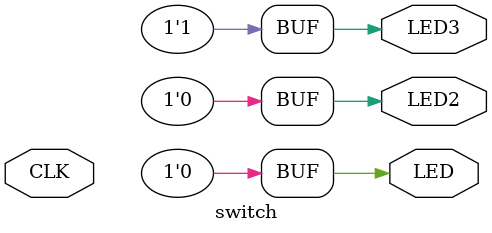
<source format=v>

module switch(  input CLK,
                output LED,
                output LED2,
                output LED3
                );
      
   reg [25:0] counter;

   // assign LED = ~counter[2];
   
   // assign LED = 1;
   // assign LED2 = 1;
   // assign LED3 = 0;

   assign LED = 0;
   assign LED2 = 0;
   assign LED3 = 1;

   initial begin
      counter = 0;
   end

   always @(posedge CLK)
   begin
      counter <= counter + 1;
   end


endmodule

</source>
